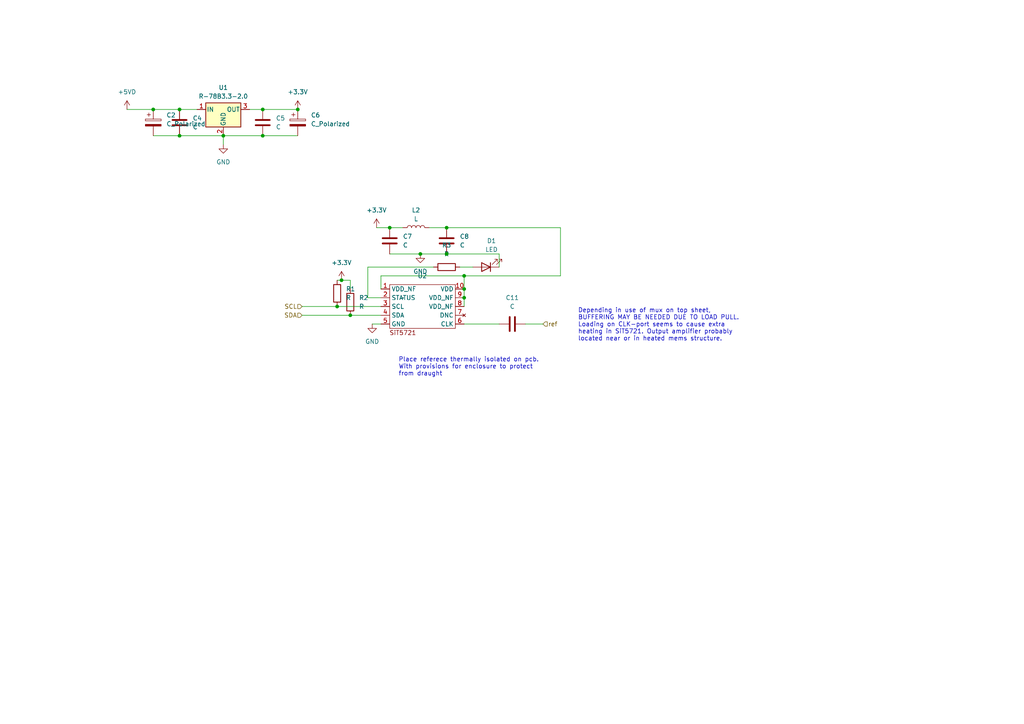
<source format=kicad_sch>
(kicad_sch (version 20230121) (generator eeschema)
  (paper "A4")
  (lib_symbols
    (symbol "Device:C" (pin_numbers hide) (pin_names (offset 0.254))
      (property "Reference" "C" (at 0.635 2.54 0))
      (property "Value" "C" (at 0.635 -2.54 0))
      (symbol "C_0_1"
        (polyline (pts (xy -2.032 -0.762) (xy 2.032 -0.762)) (stroke (width 0.508)))
        (polyline (pts (xy -2.032 0.762) (xy 2.032 0.762)) (stroke (width 0.508)))
      )
      (symbol "C_1_1"
        (pin passive line (at 0 3.81 270) (length 2.794) (name "~") (number "1"))
        (pin passive line (at 0 -3.81 90) (length 2.794) (name "~") (number "2"))
      )
    )
    (symbol "Device:C_Polarized" (pin_numbers hide) (pin_names (offset 0.254))
      (property "Reference" "C" (at 0.635 2.54 0))
      (property "Value" "C_Polarized" (at 0.635 -2.54 0))
      (symbol "C_Polarized_0_1"
        (rectangle (start -2.286 0.508) (end 2.286 1.016))
        (polyline (pts (xy -1.778 2.286) (xy -0.762 2.286)))
        (polyline (pts (xy -1.27 2.794) (xy -1.27 1.778)))
        (rectangle (start 2.286 -0.508) (end -2.286 -1.016) (fill (type outline)))
      )
      (symbol "C_Polarized_1_1"
        (pin passive line (at 0 3.81 270) (length 2.794) (name "~") (number "1"))
        (pin passive line (at 0 -3.81 90) (length 2.794) (name "~") (number "2"))
      )
    )
    (symbol "Device:L" (pin_numbers hide) (pin_names (offset 1.016) hide)
      (property "Reference" "L" (at -1.27 0 90))
      (property "Value" "L" (at 1.905 0 90))
      (symbol "L_0_1"
        (arc (start 0 -2.54) (mid 0.6323 -1.905) (end 0 -1.27))
        (arc (start 0 -1.27) (mid 0.6323 -0.635) (end 0 0))
        (arc (start 0 0) (mid 0.6323 0.635) (end 0 1.27))
        (arc (start 0 1.27) (mid 0.6323 1.905) (end 0 2.54))
      )
      (symbol "L_1_1"
        (pin passive line (at 0 3.81 270) (length 1.27) (name "1") (number "1"))
        (pin passive line (at 0 -3.81 90) (length 1.27) (name "2") (number "2"))
      )
    )
    (symbol "Device:LED" (pin_numbers hide) (pin_names (offset 1.016) hide)
      (property "Reference" "D" (at 0 2.54 0))
      (property "Value" "LED" (at 0 -2.54 0))
      (symbol "LED_0_1"
        (polyline (pts (xy -1.27 -1.27) (xy -1.27 1.27)) (stroke (width 0.254)))
        (polyline (pts (xy -1.27 0) (xy 1.27 0)))
        (polyline (pts (xy 1.27 -1.27) (xy 1.27 1.27) (xy -1.27 0) (xy 1.27 -1.27)) (stroke (width 0.254)))
        (polyline (pts (xy -3.048 -0.762) (xy -4.572 -2.286) (xy -3.81 -2.286) (xy -4.572 -2.286) (xy -4.572 -1.524)))
        (polyline (pts (xy -1.778 -0.762) (xy -3.302 -2.286) (xy -2.54 -2.286) (xy -3.302 -2.286) (xy -3.302 -1.524)))
      )
      (symbol "LED_1_1"
        (pin passive line (at -3.81 0 0) (length 2.54) (name "K") (number "1"))
        (pin passive line (at 3.81 0 180) (length 2.54) (name "A") (number "2"))
      )
    )
    (symbol "Device:R" (pin_numbers hide) (pin_names (offset 0))
      (property "Reference" "R" (at 2.032 0 90))
      (property "Value" "R" (at 0 0 90))
      (symbol "R_0_1"
        (rectangle (start -1.016 -2.54) (end 1.016 2.54) (stroke (width 0.254)))
      )
      (symbol "R_1_1"
        (pin passive line (at 0 3.81 270) (length 1.27) (name "~") (number "1"))
        (pin passive line (at 0 -3.81 90) (length 1.27) (name "~") (number "2"))
      )
    )
    (symbol "Regulator_Switching:R-78B3.3-2.0" (pin_names (offset 0.254))
      (property "Reference" "U" (at -3.81 3.175 0))
      (property "Value" "R-78B3.3-2.0" (at 0 3.175 0))
      (symbol "R-78B3.3-2.0_0_1"
        (rectangle (start -5.08 1.905) (end 5.08 -5.08) (stroke (width 0.254)) (fill (type background)))
      )
      (symbol "R-78B3.3-2.0_1_1"
        (pin power_in line (at -7.62 0 0) (length 2.54) (name "IN") (number "1"))
        (pin power_in line (at 0 -7.62 90) (length 2.54) (name "GND") (number "2"))
        (pin power_out line (at 7.62 0 180) (length 2.54) (name "OUT") (number "3"))
      )
    )
    (symbol "power:+3.3V" (power) (pin_names (offset 0))
      (property "Value" "+3.3V" (at 0 3.556 0))
      (symbol "+3.3V_0_1"
        (polyline (pts (xy -0.762 1.27) (xy 0 2.54)))
        (polyline (pts (xy 0 0) (xy 0 2.54)))
        (polyline (pts (xy 0 2.54) (xy 0.762 1.27)))
      )
      (symbol "+3.3V_1_1"
        (pin power_in line (at 0 0 90) (length 0) hide (name "+3.3V") (number "1"))
      )
    )
    (symbol "power:+5VD" (power) (pin_names (offset 0))
      (property "Value" "+5VD" (at 0 3.556 0))
      (symbol "+5VD_0_1"
        (polyline (pts (xy -0.762 1.27) (xy 0 2.54)))
        (polyline (pts (xy 0 0) (xy 0 2.54)))
        (polyline (pts (xy 0 2.54) (xy 0.762 1.27)))
      )
      (symbol "+5VD_1_1"
        (pin power_in line (at 0 0 90) (length 0) hide (name "+5VD") (number "1"))
      )
    )
    (symbol "power:GND" (power) (pin_names (offset 0))
      (property "Value" "GND" (at 0 -3.81 0))
      (symbol "GND_0_1"
        (polyline (pts (xy 0 0) (xy 0 -1.27) (xy 1.27 -1.27) (xy 0 -2.54) (xy -1.27 -1.27) (xy 0 -1.27)))
      )
      (symbol "GND_1_1"
        (pin power_in line (at 0 0 270) (length 0) hide (name "GND") (number "1"))
      )
    )
    (symbol "sit5721_lib:SiT5721"
      (property "Reference" "U" (at -2.54 5.08 0))
      (symbol "SiT5721_0_1"
        (rectangle (start -3.81 3.81) (end 15.24 -8.89))
      )
      (symbol "SiT5721_1_1"
        (text "SiT5721" (at 0 -10.16 0) (effects (font (size 1.27 1.27))))
        (pin input line (at -6.35 2.54 0) (length 2.54) (name "VDD_NF") (number "1"))
        (pin power_in line (at 17.78 2.54 180) (length 2.54) (name "VDD") (number "10"))
        (pin output line (at -6.35 0 0) (length 2.54) (name "STATUS") (number "2"))
        (pin input line (at -6.35 -2.54 0) (length 2.54) (name "SCL") (number "3"))
        (pin bidirectional line (at -6.35 -5.08 0) (length 2.54) (name "SDA") (number "4"))
        (pin power_in line (at -6.35 -7.62 0) (length 2.54) (name "GND") (number "5"))
        (pin output line (at 17.78 -7.62 180) (length 2.54) (name "CLK") (number "6"))
        (pin no_connect line (at 17.78 -5.08 180) (length 2.54) (name "DNC") (number "7"))
        (pin input line (at 17.78 -2.54 180) (length 2.54) (name "VDD_NF") (number "8"))
        (pin input line (at 17.78 0 180) (length 2.54) (name "VDD_NF") (number "9"))
      )
    )
  )
  (junction (at 97.79 88.9))
  (junction (at 52.07 39.37))
  (junction (at 129.54 66.04))
  (junction (at 99.06 81.28))
  (junction (at 113.03 66.04))
  (junction (at 76.2 39.37))
  (junction (at 101.6 91.44))
  (junction (at 76.2 31.75))
  (junction (at 64.77 39.37))
  (junction (at 134.62 86.36))
  (junction (at 44.45 31.75))
  (junction (at 52.07 31.75))
  (junction (at 129.54 73.66))
  (junction (at 121.92 73.66))
  (junction (at 134.62 80.01))
  (junction (at 134.62 83.82))
  (junction (at 86.36 31.75))
  (wire (pts (xy 121.92 73.66) (xy 129.54 73.66)))
  (wire (pts (xy 162.56 66.04) (xy 129.54 66.04)))
  (wire (pts (xy 109.22 66.04) (xy 113.03 66.04)))
  (wire (pts (xy 87.63 88.9) (xy 97.79 88.9)))
  (wire (pts (xy 99.06 81.28) (xy 97.79 81.28)))
  (wire (pts (xy 97.79 88.9) (xy 110.49 88.9)))
  (wire (pts (xy 134.62 83.82) (xy 134.62 86.36)))
  (wire (pts (xy 162.56 80.01) (xy 162.56 66.04)))
  (wire (pts (xy 64.77 39.37) (xy 64.77 41.91)))
  (wire (pts (xy 124.46 66.04) (xy 129.54 66.04)))
  (wire (pts (xy 36.83 31.75) (xy 44.45 31.75)))
  (wire (pts (xy 152.4 93.98) (xy 157.48 93.98)))
  (wire (pts (xy 44.45 31.75) (xy 52.07 31.75)))
  (wire (pts (xy 76.2 39.37) (xy 86.36 39.37)))
  (wire (pts (xy 133.35 77.47) (xy 137.16 77.47)))
  (wire (pts (xy 134.62 93.98) (xy 144.78 93.98)))
  (wire (pts (xy 144.78 77.47) (xy 144.78 73.66)))
  (wire (pts (xy 64.77 39.37) (xy 76.2 39.37)))
  (wire (pts (xy 52.07 31.75) (xy 57.15 31.75)))
  (wire (pts (xy 110.49 83.82) (xy 110.49 80.01)))
  (wire (pts (xy 113.03 66.04) (xy 116.84 66.04)))
  (wire (pts (xy 87.63 91.44) (xy 101.6 91.44)))
  (wire (pts (xy 134.62 86.36) (xy 134.62 88.9)))
  (wire (pts (xy 106.68 86.36) (xy 106.68 77.47)))
  (wire (pts (xy 107.95 93.98) (xy 110.49 93.98)))
  (wire (pts (xy 144.78 73.66) (xy 129.54 73.66)))
  (wire (pts (xy 101.6 81.28) (xy 99.06 81.28)))
  (wire (pts (xy 101.6 83.82) (xy 101.6 81.28)))
  (wire (pts (xy 52.07 39.37) (xy 64.77 39.37)))
  (wire (pts (xy 110.49 86.36) (xy 106.68 86.36)))
  (wire (pts (xy 76.2 31.75) (xy 86.36 31.75)))
  (wire (pts (xy 110.49 80.01) (xy 134.62 80.01)))
  (wire (pts (xy 101.6 91.44) (xy 110.49 91.44)))
  (wire (pts (xy 72.39 31.75) (xy 76.2 31.75)))
  (wire (pts (xy 113.03 73.66) (xy 121.92 73.66)))
  (wire (pts (xy 44.45 39.37) (xy 52.07 39.37)))
  (wire (pts (xy 106.68 77.47) (xy 125.73 77.47)))
  (wire (pts (xy 134.62 80.01) (xy 162.56 80.01)))
  (wire (pts (xy 134.62 80.01) (xy 134.62 83.82)))
  (text "Depending in use of mux on top sheet, \nBUFFERING MAY BE NEEDED DUE TO LOAD PULL. \nLoading on CLK-port seems to cause extra\nheating in SiT5721. Output amplifier probably\nlocated near or in heated mems structure." (at 167.64 99.06 0) (effects (font (size 1.27 1.27)) (justify left bottom)))
  (text "Place referece thermally isolated on pcb. \nWith provisions for enclosure to protect\nfrom draught" (at 115.57 109.22 0) (effects (font (size 1.27 1.27)) (justify left bottom)))
  (hierarchical_label "ref" (shape input) (at 157.48 93.98 0))
  (hierarchical_label "SDA" (shape input) (at 87.63 91.44 180))
  (hierarchical_label "SCL" (shape input) (at 87.63 88.9 180))
  (symbol (lib_id "Device:C") (at 148.59 93.98 90) (unit 1)
    (property "Reference" "C11" (at 148.59 86.36 90))
    (property "Value" "C" (at 148.59 88.9 90))
  )
  (symbol (lib_id "power:+3.3V") (at 86.36 31.75 0) (unit 1)
    (property "Reference" "#PWR05" (effects hide))
    (property "Value" "+3.3V" (at 86.36 26.67 0))
  )
  (symbol (lib_id "power:+3.3V") (at 109.22 66.04 0) (unit 1)
    (property "Reference" "#PWR04" (effects hide))
    (property "Value" "+3.3V" (at 109.22 60.96 0))
  )
  (symbol (lib_id "Device:C") (at 113.03 69.85 0) (unit 1)
    (property "Reference" "C7" (at 116.84 68.58 0) (effects (justify left)))
    (property "Value" "C" (at 116.84 71.12 0) (effects (justify left)))
  )
  (symbol (lib_id "Regulator_Switching:R-78B3.3-2.0") (at 64.77 31.75 0) (unit 1)
    (property "Reference" "U1" (at 64.77 25.4 0))
    (property "Value" "R-78B3.3-2.0" (at 64.77 27.94 0))
    (property "Footprint" "Converter_DCDC:Converter_DCDC_RECOM_R-78B-2.0_THT" (effects hide))
    (property "Datasheet" "https://www.recom-power.com/pdf/Innoline/R-78Bxx-2.0.pdf" (effects hide))
  )
  (symbol (lib_id "Device:R") (at 97.79 85.09 0) (unit 1)
    (property "Reference" "R1" (at 100.33 83.82 0) (effects (justify left)))
    (property "Value" "R" (at 100.33 86.36 0) (effects (justify left)))
  )
  (symbol (lib_id "Device:R") (at 101.6 87.63 0) (unit 1)
    (property "Reference" "R2" (at 104.14 86.36 0) (effects (justify left)))
    (property "Value" "R" (at 104.14 88.9 0) (effects (justify left)))
  )
  (symbol (lib_id "sit5721_lib:SiT5721") (at 116.84 86.36 0) (unit 1)
    (property "Reference" "U2" (at 122.4994 80.01 0))
    (property "Value" "~" (at 116.84 86.36 0))
  )
  (symbol (lib_id "power:GND") (at 107.95 93.98 0) (unit 1)
    (property "Reference" "#PWR010" (effects hide))
    (property "Value" "GND" (at 107.95 99.06 0))
  )
  (symbol (lib_id "power:+5VD") (at 36.83 31.75 0) (unit 1)
    (property "Reference" "#PWR085" (effects hide))
    (property "Value" "+5VD" (at 36.83 26.67 0))
  )
  (symbol (lib_id "power:+3.3V") (at 99.06 81.28 0) (unit 1)
    (property "Reference" "#PWR03" (effects hide))
    (property "Value" "+3.3V" (at 99.06 76.2 0))
  )
  (symbol (lib_id "power:GND") (at 121.92 73.66 0) (unit 1)
    (property "Reference" "#PWR098" (effects hide))
    (property "Value" "GND" (at 121.92 78.74 0))
  )
  (symbol (lib_id "power:GND") (at 64.77 41.91 0) (unit 1)
    (property "Reference" "#PWR02" (effects hide))
    (property "Value" "GND" (at 64.77 46.99 0))
  )
  (symbol (lib_id "Device:L") (at 120.65 66.04 90) (unit 1)
    (property "Reference" "L2" (at 120.65 60.96 90))
    (property "Value" "L" (at 120.65 63.5 90))
  )
  (symbol (lib_id "Device:LED") (at 140.97 77.47 180) (unit 1)
    (property "Reference" "D1" (at 142.5575 69.85 0))
    (property "Value" "LED" (at 142.5575 72.39 0))
  )
  (symbol (lib_id "Device:C_Polarized") (at 44.45 35.56 0) (unit 1)
    (property "Reference" "C2" (at 48.26 33.401 0) (effects (justify left)))
    (property "Value" "C_Polarized" (at 48.26 35.941 0) (effects (justify left)))
  )
  (symbol (lib_id "Device:R") (at 129.54 77.47 90) (unit 1)
    (property "Reference" "R3" (at 129.54 71.12 90))
    (property "Value" "R" (at 129.54 73.66 90))
  )
  (symbol (lib_id "Device:C_Polarized") (at 86.36 35.56 0) (unit 1)
    (property "Reference" "C6" (at 90.17 33.401 0) (effects (justify left)))
    (property "Value" "C_Polarized" (at 90.17 35.941 0) (effects (justify left)))
  )
  (symbol (lib_id "Device:C") (at 129.54 69.85 0) (unit 1)
    (property "Reference" "C8" (at 133.35 68.58 0) (effects (justify left)))
    (property "Value" "C" (at 133.35 71.12 0) (effects (justify left)))
  )
  (symbol (lib_id "Device:C") (at 52.07 35.56 0) (unit 1)
    (property "Reference" "C4" (at 55.88 34.29 0) (effects (justify left)))
    (property "Value" "C" (at 55.88 36.83 0) (effects (justify left)))
  )
  (symbol (lib_id "Device:C") (at 76.2 35.56 0) (unit 1)
    (property "Reference" "C5" (at 80.01 34.29 0) (effects (justify left)))
    (property "Value" "C" (at 80.01 36.83 0) (effects (justify left)))
  )
)
</source>
